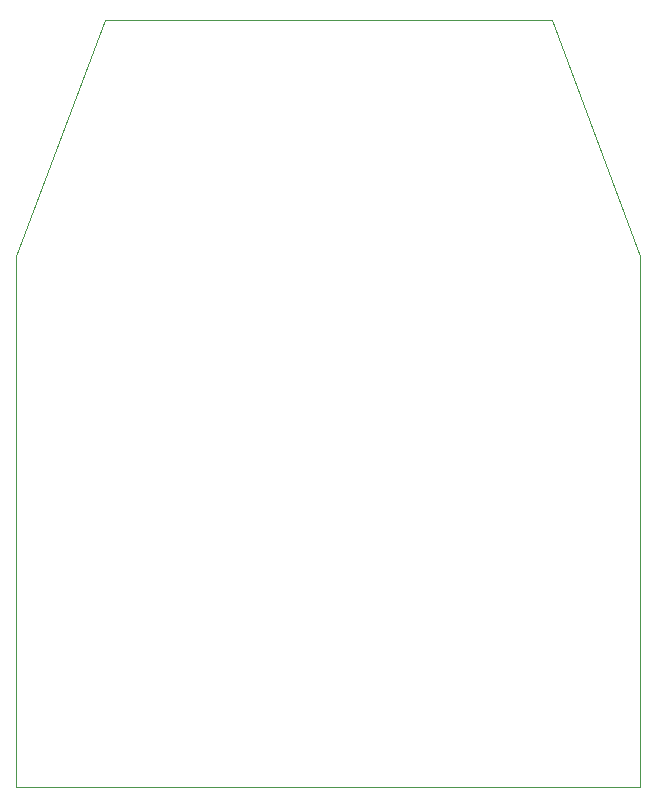
<source format=gbr>
%TF.GenerationSoftware,KiCad,Pcbnew,8.0.6*%
%TF.CreationDate,2025-02-19T14:25:46-08:00*%
%TF.ProjectId,Tempting,54656d70-7469-46e6-972e-6b696361645f,rev?*%
%TF.SameCoordinates,PX7ce2370PY7735940*%
%TF.FileFunction,Profile,NP*%
%FSLAX46Y46*%
G04 Gerber Fmt 4.6, Leading zero omitted, Abs format (unit mm)*
G04 Created by KiCad (PCBNEW 8.0.6) date 2025-02-19 14:25:46*
%MOMM*%
%LPD*%
G01*
G04 APERTURE LIST*
%TA.AperFunction,Profile*%
%ADD10C,0.050000*%
%TD*%
G04 APERTURE END LIST*
D10*
X52860000Y12500000D02*
X52860000Y45000000D01*
X0Y12500000D02*
X0Y45000000D01*
X45360000Y65000000D02*
X52860000Y45000000D01*
X0Y12500000D02*
X0Y0D01*
X52860000Y12500000D02*
X52860000Y0D01*
X0Y45000000D02*
X7500000Y65000000D01*
X52860000Y0D02*
X45360000Y0D01*
X7500000Y65000000D02*
X45360000Y65000000D01*
X7500000Y0D02*
X45360000Y0D01*
X7500000Y0D02*
X0Y0D01*
M02*

</source>
